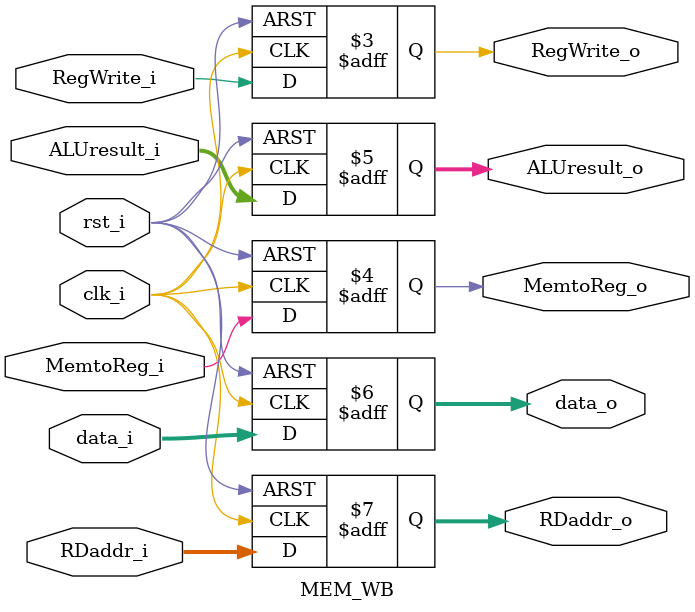
<source format=v>
module MEM_WB(
rst_i,
clk_i,
RegWrite_i,
MemtoReg_i,
ALUresult_i,
data_i,
RDaddr_i,
RegWrite_o,
MemtoReg_o,
ALUresult_o,
data_o,
RDaddr_o
);

input rst_i;
input clk_i;
input RegWrite_i;
input MemtoReg_i;
input [31:0]ALUresult_i;
input [31:0]data_i;
input [4:0] RDaddr_i;
output reg RegWrite_o;
output reg MemtoReg_o;
output reg [31:0]ALUresult_o;
output reg [31:0]data_o;
output reg [4:0] RDaddr_o;

always @(posedge clk_i or negedge rst_i)
begin
	if (!rst_i)
	begin
		RegWrite_o <= 1'b0;
        MemtoReg_o <=1'b0;
        ALUresult_o<=32'b0;
        data_o<= 32'b0;
        RDaddr_o<=5'b0;
	end
	else
	begin
		RegWrite_o <= RegWrite_i;
        MemtoReg_o <= MemtoReg_i;
        ALUresult_o<= ALUresult_i;
        data_o<=data_i;
        RDaddr_o<=RDaddr_i;
	end
end

endmodule
</source>
